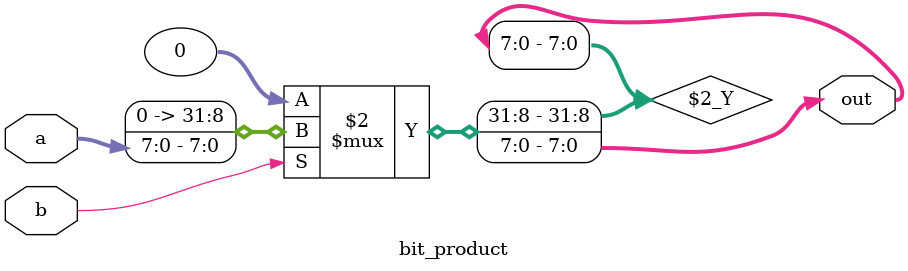
<source format=v>
`timescale 1ns / 1ps
module bit_product(
    input [7:0] a,
    input b,
    output [7:0] out
    );
	 
	 assign out =( b )?  a : 0 ;


endmodule

</source>
